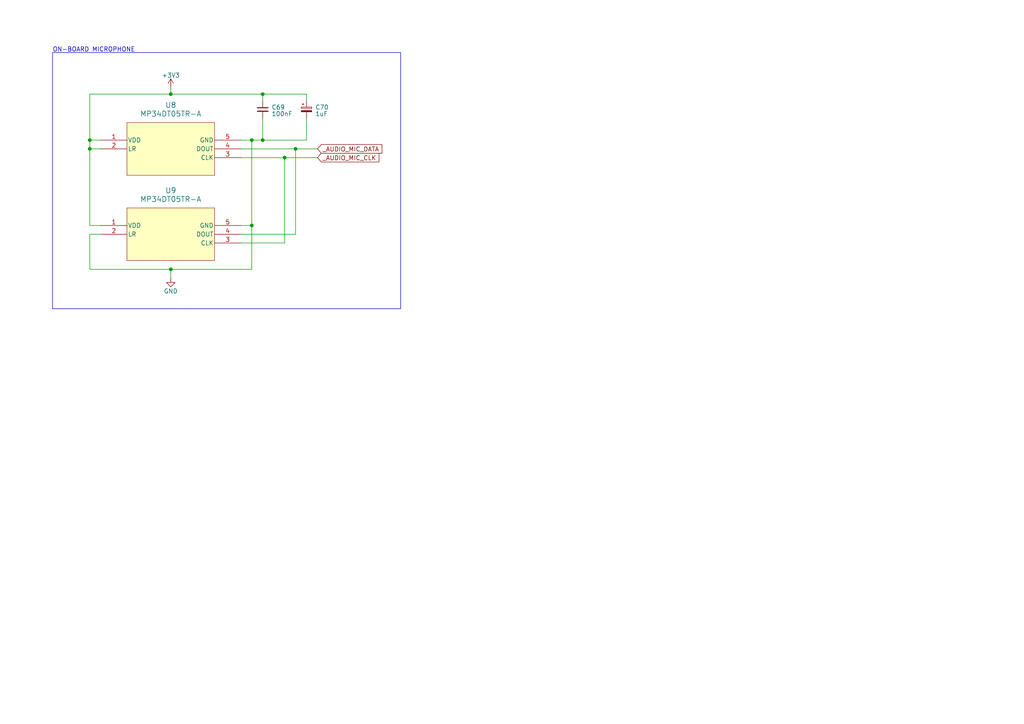
<source format=kicad_sch>
(kicad_sch (version 20230121) (generator eeschema)
  (paper "A4")
  (lib_symbols
    (symbol "Device:C_Polarized_Small" (pin_numbers hide) (pin_names (offset 0.254) hide)
      (property "Reference" "C" (at 0.254 1.778 0))
      (property "Value" "C_Polarized_Small" (at 0.254 -2.032 0))
      (symbol "C_Polarized_Small_0_1"
        (rectangle (start -1.524 -0.3048) (end 1.524 -0.6858) (fill (type outline)))
        (rectangle (start -1.524 0.6858) (end 1.524 0.3048))
        (polyline (pts (xy -1.27 1.524) (xy -0.762 1.524)))
        (polyline (pts (xy -1.016 1.27) (xy -1.016 1.778)))
      )
      (symbol "C_Polarized_Small_1_1"
        (pin passive line (at 0 2.54 270) (length 1.8542) (name "~") (number "1"))
        (pin passive line (at 0 -2.54 90) (length 1.8542) (name "~") (number "2"))
      )
    )
    (symbol "Device:C_Small" (pin_numbers hide) (pin_names (offset 0.254) hide)
      (property "Reference" "C" (at 0.254 1.778 0))
      (property "Value" "C_Small" (at 0.254 -2.032 0))
      (symbol "C_Small_0_1"
        (polyline (pts (xy -1.524 -0.508) (xy 1.524 -0.508)) (stroke (width 0.3302)))
        (polyline (pts (xy -1.524 0.508) (xy 1.524 0.508)) (stroke (width 0.3048)))
      )
      (symbol "C_Small_1_1"
        (pin passive line (at 0 2.54 270) (length 2.032) (name "~") (number "1"))
        (pin passive line (at 0 -2.54 90) (length 2.032) (name "~") (number "2"))
      )
    )
    (symbol "MP34DT05TR-A:MP34DT05TR-A" (pin_names (offset 0.254))
      (property "Reference" "U" (at 20.32 10.16 0))
      (property "Value" "MP34DT05TR-A" (at 20.32 7.62 0))
      (symbol "MP34DT05TR-A_0_1"
        (polyline (pts (xy 7.62 -10.16) (xy 33.02 -10.16)) (stroke (width 0.127)))
        (polyline (pts (xy 7.62 5.08) (xy 7.62 -10.16)) (stroke (width 0.127)))
        (polyline (pts (xy 33.02 -10.16) (xy 33.02 5.08)) (stroke (width 0.127)))
        (polyline (pts (xy 33.02 5.08) (xy 7.62 5.08)) (stroke (width 0.127)))
        (pin power_in line (at 0 0 0) (length 7.62) (name "VDD") (number "1"))
        (pin input line (at 40.64 -5.08 180) (length 7.62) (name "CLK") (number "3"))
        (pin output line (at 40.64 -2.54 180) (length 7.62) (name "DOUT") (number "4"))
      )
      (symbol "MP34DT05TR-A_1_1"
        (rectangle (start 7.62 5.08) (end 33.02 -10.16) (stroke (width -0.0001)) (fill (type background)))
        (pin bidirectional line (at 0 -2.54 0) (length 7.62) (name "LR") (number "2"))
        (pin power_in line (at 40.64 0 180) (length 7.62) (name "GND") (number "5"))
      )
    )
    (symbol "MP34DT05TR-A_1" (pin_names (offset 0.254))
      (property "Reference" "U" (at 20.32 10.16 0))
      (property "Value" "MP34DT05TR-A" (at 20.32 7.62 0))
      (symbol "MP34DT05TR-A_1_0_1"
        (polyline (pts (xy 7.62 -10.16) (xy 33.02 -10.16)) (stroke (width 0.127)))
        (polyline (pts (xy 7.62 5.08) (xy 7.62 -10.16)) (stroke (width 0.127)))
        (polyline (pts (xy 33.02 -10.16) (xy 33.02 5.08)) (stroke (width 0.127)))
        (polyline (pts (xy 33.02 5.08) (xy 7.62 5.08)) (stroke (width 0.127)))
        (pin power_in line (at 0 0 0) (length 7.62) (name "VDD") (number "1"))
        (pin input line (at 40.64 -5.08 180) (length 7.62) (name "CLK") (number "3"))
        (pin output line (at 40.64 -2.54 180) (length 7.62) (name "DOUT") (number "4"))
      )
      (symbol "MP34DT05TR-A_1_1_1"
        (rectangle (start 7.62 5.08) (end 33.02 -10.16) (stroke (width -0.0001)) (fill (type background)))
        (pin bidirectional line (at 0 -2.54 0) (length 7.62) (name "LR") (number "2"))
        (pin power_in line (at 40.64 0 180) (length 7.62) (name "GND") (number "5"))
      )
    )
    (symbol "power:+3V3" (power) (pin_names (offset 0))
      (property "Value" "+3V3" (at 0 3.556 0))
      (symbol "+3V3_0_1"
        (polyline (pts (xy -0.762 1.27) (xy 0 2.54)))
        (polyline (pts (xy 0 0) (xy 0 2.54)))
        (polyline (pts (xy 0 2.54) (xy 0.762 1.27)))
      )
      (symbol "+3V3_1_1"
        (pin power_in line (at 0 0 90) (length 0) hide (name "+3V3") (number "1"))
      )
    )
    (symbol "power:GND" (power) (pin_names (offset 0))
      (property "Value" "GND" (at 0 -3.81 0))
      (symbol "GND_0_1"
        (polyline (pts (xy 0 0) (xy 0 -1.27) (xy 1.27 -1.27) (xy 0 -2.54) (xy -1.27 -1.27) (xy 0 -1.27)))
      )
      (symbol "GND_1_1"
        (pin power_in line (at 0 0 270) (length 0) hide (name "GND") (number "1"))
      )
    )
  )
  (junction (at 73.025 65.405))
  (junction (at 76.2 27.305))
  (junction (at 82.55 45.72))
  (junction (at 49.53 78.105))
  (junction (at 26.035 40.64))
  (junction (at 73.025 40.64))
  (junction (at 49.53 27.305))
  (junction (at 26.035 43.18))
  (junction (at 85.725 43.18))
  (junction (at 76.2 40.64))
  (wire (pts (xy 73.025 40.64) (xy 73.025 65.405)))
  (wire (pts (xy 82.55 45.72) (xy 92.075 45.72)))
  (wire (pts (xy 88.9 27.305) (xy 76.2 27.305)))
  (wire (pts (xy 26.035 43.18) (xy 26.035 65.405)))
  (wire (pts (xy 76.2 29.21) (xy 76.2 27.305)))
  (wire (pts (xy 26.035 78.105) (xy 49.53 78.105)))
  (wire (pts (xy 49.53 25.4) (xy 49.53 27.305)))
  (wire (pts (xy 69.85 45.72) (xy 82.55 45.72)))
  (wire (pts (xy 26.035 65.405) (xy 29.21 65.405)))
  (wire (pts (xy 49.53 78.105) (xy 49.53 80.645)))
  (wire (pts (xy 88.9 40.64) (xy 76.2 40.64)))
  (wire (pts (xy 49.53 27.305) (xy 76.2 27.305)))
  (wire (pts (xy 88.9 34.29) (xy 88.9 40.64)))
  (wire (pts (xy 26.035 27.305) (xy 26.035 40.64)))
  (wire (pts (xy 26.035 67.945) (xy 29.21 67.945)))
  (wire (pts (xy 85.725 43.18) (xy 85.725 67.945)))
  (wire (pts (xy 49.53 27.305) (xy 26.035 27.305)))
  (wire (pts (xy 26.035 67.945) (xy 26.035 78.105)))
  (wire (pts (xy 76.2 34.29) (xy 76.2 40.64)))
  (wire (pts (xy 49.53 78.105) (xy 73.025 78.105)))
  (wire (pts (xy 85.725 43.18) (xy 92.075 43.18)))
  (wire (pts (xy 29.21 43.18) (xy 26.035 43.18)))
  (wire (pts (xy 69.85 40.64) (xy 73.025 40.64)))
  (wire (pts (xy 69.85 65.405) (xy 73.025 65.405)))
  (wire (pts (xy 69.85 67.945) (xy 85.725 67.945)))
  (wire (pts (xy 26.035 40.64) (xy 29.21 40.64)))
  (wire (pts (xy 82.55 45.72) (xy 82.55 70.485)))
  (wire (pts (xy 26.035 40.64) (xy 26.035 43.18)))
  (wire (pts (xy 69.85 43.18) (xy 85.725 43.18)))
  (wire (pts (xy 73.025 65.405) (xy 73.025 78.105)))
  (wire (pts (xy 76.2 40.64) (xy 73.025 40.64)))
  (wire (pts (xy 69.85 70.485) (xy 82.55 70.485)))
  (wire (pts (xy 88.9 29.21) (xy 88.9 27.305)))
  (rectangle (start 15.24 15.24) (end 116.205 89.535))
  (text "ON-BOARD MICROPHONE" (at 15.24 15.24 0) (effects (font (size 1.27 1.27)) (justify left bottom)))
  (global_label "_AUDIO_MIC_CLK" (shape input) (at 92.075 45.72 0) (property "Intersheetrefs" "${INTERSHEET_REFS}" (effects hide)))
  (global_label "_AUDIO_MIC_DATA" (shape input) (at 92.075 43.18 0) (property "Intersheetrefs" "${INTERSHEET_REFS}" (effects hide)))
  (symbol (lib_id "Device:C_Polarized_Small") (at 88.9 31.75 0) (unit 1)
    (property "Reference" "C70" (at 91.44 31.115 0) (effects (justify left)))
    (property "Value" "1uF" (at 91.44 33.02 0) (effects (justify left)))
  )
  (symbol (lib_id "power:+3V3") (at 49.53 25.4 0) (unit 1)
    (property "Reference" "#PWR0127" (effects hide))
    (property "Value" "+3V3" (at 49.53 21.844 0))
    (instances (project "KLST_PANDA" (path "" (reference "#PWR0127") (unit 1)) (path "" (reference "#PWR089") (unit 1))))
  )
  (symbol (lib_name "MP34DT05TR-A_1") (lib_id "MP34DT05TR-A:MP34DT05TR-A") (at 29.21 40.64 0) (unit 1)
    (property "Reference" "U8" (at 49.53 30.48 0) (effects (font (size 1.524 1.524))))
    (property "Value" "MP34DT05TR-A" (at 49.53 33.02 0) (effects (font (size 1.524 1.524))))
    (property "Footprint" "MP34DT05TR-A_STM" (effects hide))
    (property "Datasheet" "MP34DT05TR-A" (effects hide))
  )
  (symbol (lib_id "Device:C_Small") (at 76.2 31.75 0) (unit 1)
    (property "Reference" "C69" (at 78.74 31.115 0) (effects (justify left)))
    (property "Value" "100nF" (at 78.74 33.02 0) (effects (justify left)))
  )
  (symbol (lib_id "power:GND") (at 49.53 80.645 0) (unit 1)
    (property "Reference" "#PWR0129" (effects hide))
    (property "Value" "GND" (at 49.53 84.455 0))
    (instances (project "KLST_PANDA" (path "" (reference "#PWR0129") (unit 1)) (path "" (reference "#PWR090") (unit 1))))
  )
  (symbol (lib_id "MP34DT05TR-A:MP34DT05TR-A") (at 29.21 65.405 0) (unit 1)
    (property "Reference" "U9" (at 49.53 55.245 0) (effects (font (size 1.524 1.524))))
    (property "Value" "MP34DT05TR-A" (at 49.53 57.785 0) (effects (font (size 1.524 1.524))))
    (property "Footprint" "MP34DT05TR-A_STM" (effects hide))
    (property "Datasheet" "MP34DT05TR-A" (effects hide))
  )
)
</source>
